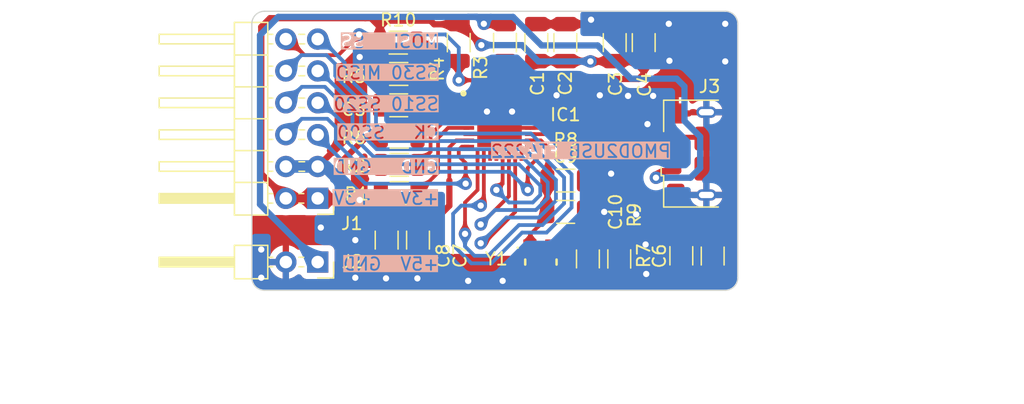
<source format=kicad_pcb>
(kicad_pcb (version 20240108) (generator "pcbnew") (generator_version "8.0")
  (layers (0 "F.Cu" signal) (31 "B.Cu" signal) (34 "B.Paste" user) (35 "F.Paste" user) (36 "B.SilkS" user "B.Silkscreen") (37 "F.SilkS" user "F.Silkscreen") (38 "B.Mask" user) (39 "F.Mask" user) (44 "Edge.Cuts" user))
  (net 0 "")
  (net 1 "+3.3V")
  (net 2 "GND")
  (net 3 "Net-(IC1-STEST_RSTN)")
  (net 4 "Net-(IC1-RREF)")
  (net 5 "Net-(IC1-XSCI)")
  (net 6 "Net-(Y1-CRYSTAL_2)")
  (net 7 "SS0O")
  (net 8 "Net-(IC1-RESETN)")
  (net 9 "SCK")
  (net 10 "GPIO2{slash}SS3O{slash}SUSP_OUT")
  (net 12 "Net-(IC1-VBUS_DET)")
  (net 13 "Net-(IC1-DCNF0)")
  (net 14 "SS")
  (net 16 "MISO")
  (net 18 "Net-(IC1-DCNF1)")
  (net 19 "GPIO0{slash}SS1O{slash}SCL")
  (net 20 "DN")
  (net 22 "Net-(IC1-XSCO)")
  (net 23 "Net-(IC1-DEBUGGER)")
  (net 24 "GPIO3{slash}WAKEUP{slash}INTR")
  (net 25 "DP")
  (net 26 "MOSI")
  (net 27 "GPIO1{slash}SS2O{slash}SDA")
  (net 28 "VBUS")
  (footprint "Resistor_SMD:R_1206_3216Metric" (layer "F.Cu") (at 166.9375 65 90)
    (property "Reference" "R3" (at -2 -1.9375 -90) (layer "F.SilkS"))
    (property "Value" "0")
    (pad "1" smd roundrect (at -1.4625 0 90) (size 1.125 1.75) (layers "F.Cu" "F.Paste" "F.Mask") (roundrect_rratio 0.222222) (net 12 "Net-(IC1-VBUS_DET)"))
    (pad "2" smd roundrect (at 1.4625 0 90) (size 1.125 1.75) (layers "F.Cu" "F.Paste" "F.Mask") (roundrect_rratio 0.222222) (net 28 "VBUS"))
  )
  (footprint "Connector_USB:USB_Micro-B_Amphenol_10118193-0001LF_Horizontal" (layer "F.Cu") (at 183 73.85 90)
    (property "Reference" "J3" (at 5.35 0.25 180) (layer "F.SilkS"))
    (property "Value" "USB_B_Micro")
    (pad "1" smd roundrect (at -1.3 -2.675 90) (size 0.4 1.35) (layers "F.Cu" "F.Paste" "F.Mask") (net 28 "VBUS"))
    (pad "2" smd roundrect (at -0.65 -2.675 90) (size 0.4 1.35) (layers "F.Cu" "F.Paste" "F.Mask") (net 20 "DN"))
    (pad "3" smd roundrect (at 0 -2.675 90) (size 0.4 1.35) (layers "F.Cu" "F.Paste" "F.Mask") (net 25 "DP"))
    (pad "4" smd roundrect (at 0.65 -2.675 90) (size 0.4 1.35) (layers "F.Cu" "F.Paste" "F.Mask") (net 2 "GND"))
    (pad "5" smd roundrect (at 1.3 -2.675 90) (size 0.4 1.35) (layers "F.Cu" "F.Paste" "F.Mask") (net 2 "GND"))
    (pad "6" thru_hole oval (at -3.3 0 180) (size 1.6 0.9) (drill oval 1.2 0.5) (layers "*.Cu" "*.Mask" "F.Paste") (net 2 "GND"))
    (pad "6" smd roundrect (at -3.2 -2.45 90) (size 1.6 1.4) (layers "F.Cu" "F.Paste" "F.Mask") (roundrect_rratio 0.1785714286) (net 2 "GND"))
    (pad "6" smd roundrect (at -1.2 0 90) (size 1.9 1.9) (layers "F.Cu" "F.Paste" "F.Mask") (roundrect_rratio 0.1315789474) (net 2 "GND"))
    (pad "6" smd roundrect (at 1.2 0 90) (size 1.9 1.9) (layers "F.Cu" "F.Paste" "F.Mask") (roundrect_rratio 0.1315789474) (net 2 "GND"))
    (pad "6" smd roundrect (at 3.2 -2.45 90) (size 1.6 1.4) (layers "F.Cu" "F.Paste" "F.Mask") (roundrect_rratio 0.1785714286) (net 2 "GND"))
    (pad "6" thru_hole oval (at 3.3 0 180) (size 1.6 0.9) (drill oval 1.2 0.5) (layers "*.Cu" "*.Mask" "F.Paste") (net 2 "GND"))
  )
  (footprint "Resistor_SMD:R_1206_3216Metric" (layer "F.Cu") (at 158.4625 67.5)
    (property "Reference" "R5" (at -3.5875 0.2 0) (layer "F.SilkS"))
    (property "Value" "47K")
    (pad "1" smd roundrect (at -1.4625 0) (size 1.125 1.75) (layers "F.Cu" "F.Paste" "F.Mask") (roundrect_rratio 0.222222) (net 1 "+3.3V"))
    (pad "2" smd roundrect (at 1.4625 0) (size 1.125 1.75) (layers "F.Cu" "F.Paste" "F.Mask") (roundrect_rratio 0.222222) (net 3 "Net-(IC1-STEST_RSTN)"))
  )
  (footprint "SamacSys_Parts:QFN50P500X500X90-33N" (layer "F.Cu") (at 166.5 71.55)
    (property "Reference" "IC1" (at 5.25 -0.8 0) (layer "F.SilkS"))
    (property "Value" "FT4222HQ-D-R" (hide yes))
    (pad "1" smd rect (at -2.45 -1.75 90) (size 0.3 0.85) (layers "F.Cu" "F.Paste" "F.Mask") (net 23 "Net-(IC1-DEBUGGER)"))
    (pad "2" smd rect (at -2.45 -1.25 90) (size 0.3 0.85) (layers "F.Cu" "F.Paste" "F.Mask") (net 3 "Net-(IC1-STEST_RSTN)"))
    (pad "3" smd rect (at -2.45 -0.75 90) (size 0.3 0.85) (layers "F.Cu" "F.Paste" "F.Mask") (net 8 "Net-(IC1-RESETN)"))
    (pad "4" smd rect (at -2.45 -0.25 90) (size 0.3 0.85) (layers "F.Cu" "F.Paste" "F.Mask") (net 13 "Net-(IC1-DCNF0)"))
    (pad "5" smd rect (at -2.45 0.25 90) (size 0.3 0.85) (layers "F.Cu" "F.Paste" "F.Mask") (net 18 "Net-(IC1-DCNF1)"))
    (pad "6" smd rect (at -2.45 0.75 90) (size 0.3 0.85) (layers "F.Cu" "F.Paste" "F.Mask") (net 2 "GND"))
    (pad "7" smd rect (at -2.45 1.25 90) (size 0.3 0.85) (layers "F.Cu" "F.Paste" "F.Mask") (net 1 "+3.3V"))
    (pad "8" smd rect (at -2.45 1.75 90) (size 0.3 0.85) (layers "F.Cu" "F.Paste" "F.Mask") (net 9 "SCK"))
    (pad "9" smd rect (at -1.75 2.45) (size 0.3 0.85) (layers "F.Cu" "F.Paste" "F.Mask") (net 16 "MISO"))
    (pad "10" smd rect (at -1.25 2.45) (size 0.3 0.85) (layers "F.Cu" "F.Paste" "F.Mask") (net 26 "MOSI"))
    (pad "11" smd rect (at -0.75 2.45) (size 0.3 0.85) (layers "F.Cu" "F.Paste" "F.Mask"))
    (pad "12" smd rect (at -0.25 2.45) (size 0.3 0.85) (layers "F.Cu" "F.Paste" "F.Mask"))
    (pad "13" smd rect (at 0.25 2.45) (size 0.3 0.85) (layers "F.Cu" "F.Paste" "F.Mask") (net 19 "GPIO0{slash}SS1O{slash}SCL"))
    (pad "14" smd rect (at 0.75 2.45) (size 0.3 0.85) (layers "F.Cu" "F.Paste" "F.Mask") (net 27 "GPIO1{slash}SS2O{slash}SDA"))
    (pad "15" smd rect (at 1.25 2.45) (size 0.3 0.85) (layers "F.Cu" "F.Paste" "F.Mask") (net 10 "GPIO2{slash}SS3O{slash}SUSP_OUT"))
    (pad "16" smd rect (at 1.75 2.45) (size 0.3 0.85) (layers "F.Cu" "F.Paste" "F.Mask") (net 24 "GPIO3{slash}WAKEUP{slash}INTR"))
    (pad "17" smd rect (at 2.45 1.75 90) (size 0.3 0.85) (layers "F.Cu" "F.Paste" "F.Mask") (net 7 "SS0O"))
    (pad "18" smd rect (at 2.45 1.25 90) (size 0.3 0.85) (layers "F.Cu" "F.Paste" "F.Mask") (net 5 "Net-(IC1-XSCI)"))
    (pad "19" smd rect (at 2.45 0.75 90) (size 0.3 0.85) (layers "F.Cu" "F.Paste" "F.Mask") (net 22 "Net-(IC1-XSCO)"))
    (pad "20" smd rect (at 2.45 0.25 90) (size 0.3 0.85) (layers "F.Cu" "F.Paste" "F.Mask") (net 2 "GND"))
    (pad "21" smd rect (at 2.45 -0.25 90) (size 0.3 0.85) (layers "F.Cu" "F.Paste" "F.Mask") (net 4 "Net-(IC1-RREF)"))
    (pad "22" smd rect (at 2.45 -0.75 90) (size 0.3 0.85) (layers "F.Cu" "F.Paste" "F.Mask") (net 20 "DN"))
    (pad "23" smd rect (at 2.45 -1.25 90) (size 0.3 0.85) (layers "F.Cu" "F.Paste" "F.Mask") (net 25 "DP"))
    (pad "24" smd rect (at 2.45 -1.75 90) (size 0.3 0.85) (layers "F.Cu" "F.Paste" "F.Mask") (net 2 "GND"))
    (pad "25" smd rect (at 1.75 -2.45) (size 0.3 0.85) (layers "F.Cu" "F.Paste" "F.Mask") (net 1 "+3.3V"))
    (pad "26" smd rect (at 1.25 -2.45) (size 0.3 0.85) (layers "F.Cu" "F.Paste" "F.Mask") (net 1 "+3.3V"))
    (pad "27" smd rect (at 0.75 -2.45) (size 0.3 0.85) (layers "F.Cu" "F.Paste" "F.Mask") (net 2 "GND"))
    (pad "28" smd rect (at 0.25 -2.45) (size 0.3 0.85) (layers "F.Cu" "F.Paste" "F.Mask") (net 2 "GND"))
    (pad "29" smd rect (at -0.25 -2.45) (size 0.3 0.85) (layers "F.Cu" "F.Paste" "F.Mask"))
    (pad "30" smd rect (at -0.75 -2.45) (size 0.3 0.85) (layers "F.Cu" "F.Paste" "F.Mask") (net 12 "Net-(IC1-VBUS_DET)"))
    (pad "31" smd rect (at -1.25 -2.45) (size 0.3 0.85) (layers "F.Cu" "F.Paste" "F.Mask"))
    (pad "32" smd rect (at -1.75 -2.45) (size 0.3 0.85) (layers "F.Cu" "F.Paste" "F.Mask") (net 14 "SS"))
    (pad "33" smd rect (at 0 0) (size 3.55 3.55) (layers "F.Cu" "F.Paste" "F.Mask") (net 2 "GND"))
  )
  (footprint "Capacitor_SMD:C_1206_3216Metric" (layer "F.Cu") (at 171.775 78.5)
    (property "Reference" "C9" (at 0 -4.43 0) (layer "F.SilkS"))
    (property "Value" "27pF")
    (pad "1" smd roundrect (at -1.475 0) (size 1.15 1.8) (layers "F.Cu" "F.Paste" "F.Mask") (roundrect_rratio 0.217391) (net 5 "Net-(IC1-XSCI)"))
    (pad "2" smd roundrect (at 1.475 0) (size 1.15 1.8) (layers "F.Cu" "F.Paste" "F.Mask") (roundrect_rratio 0.217391) (net 2 "GND"))
  )
  (footprint "Capacitor_SMD:C_1206_3216Metric" (layer "F.Cu") (at 160 80.75 -90)
    (property "Reference" "C7" (at 1.25 -3.35 90) (layer "F.SilkS"))
    (property "Value" "4.7uF")
    (pad "1" smd roundrect (at -1.475 0 270) (size 1.15 1.8) (layers "F.Cu" "F.Paste" "F.Mask") (roundrect_rratio 0.217391) (net 1 "+3.3V"))
    (pad "2" smd roundrect (at 1.475 0 270) (size 1.15 1.8) (layers "F.Cu" "F.Paste" "F.Mask") (roundrect_rratio 0.217391) (net 2 "GND"))
  )
  (footprint "Capacitor_SMD:C_1206_3216Metric" (layer "F.Cu") (at 169.4375 65 90)
    (property "Reference" "C1" (at -3.275 0.0875 -90) (layer "F.SilkS"))
    (property "Value" "100nF")
    (pad "1" smd roundrect (at -1.475 0 90) (size 1.15 1.8) (layers "F.Cu" "F.Paste" "F.Mask") (roundrect_rratio 0.217391) (net 1 "+3.3V"))
    (pad "2" smd roundrect (at 1.475 0 90) (size 1.15 1.8) (layers "F.Cu" "F.Paste" "F.Mask") (roundrect_rratio 0.217391) (net 2 "GND"))
  )
  (footprint "Capacitor_SMD:C_1206_3216Metric" (layer "F.Cu") (at 175.6875 65 90)
    (property "Reference" "C3" (at -3.3 0.0625 -90) (layer "F.SilkS"))
    (property "Value" "100nF")
    (pad "1" smd roundrect (at -1.475 0 90) (size 1.15 1.8) (layers "F.Cu" "F.Paste" "F.Mask") (roundrect_rratio 0.217391) (net 1 "+3.3V"))
    (pad "2" smd roundrect (at 1.475 0 90) (size 1.15 1.8) (layers "F.Cu" "F.Paste" "F.Mask") (roundrect_rratio 0.217391) (net 2 "GND"))
  )
  (footprint "Resistor_SMD:R_1206_3216Metric" (layer "F.Cu") (at 158.425 65 180)
    (property "Reference" "R10" (at 0 1.8 180) (layer "F.SilkS"))
    (property "Value" "10K")
    (pad "1" smd roundrect (at -1.4625 0 180) (size 1.125 1.75) (layers "F.Cu" "F.Paste" "F.Mask") (roundrect_rratio 0.222222) (net 23 "Net-(IC1-DEBUGGER)"))
    (pad "2" smd roundrect (at 1.4625 0 180) (size 1.125 1.75) (layers "F.Cu" "F.Paste" "F.Mask") (roundrect_rratio 0.222222) (net 1 "+3.3V"))
  )
  (footprint "Capacitor_SMD:C_1206_3216Metric" (layer "F.Cu") (at 157.5 80.75 -90)
    (property "Reference" "C8" (at 1.25 -4.5 90) (layer "F.SilkS"))
    (property "Value" "100nF")
    (pad "1" smd roundrect (at -1.475 0 270) (size 1.15 1.8) (layers "F.Cu" "F.Paste" "F.Mask") (roundrect_rratio 0.217391) (net 1 "+3.3V"))
    (pad "2" smd roundrect (at 1.475 0 270) (size 1.15 1.8) (layers "F.Cu" "F.Paste" "F.Mask") (roundrect_rratio 0.217391) (net 2 "GND"))
  )
  (footprint "SamacSys_Parts:ABM8272T3" (layer "F.Cu") (at 169.8 82.5 -90)
    (property "Reference" "Y1" (at -0.25 3.55 180) (layer "F.SilkS"))
    (property "Value" "12 Mhz" (hide yes))
    (pad "1" smd rect (at -1.15 0.875) (size 1.05 1.3) (layers "F.Cu" "F.Paste" "F.Mask") (net 5 "Net-(IC1-XSCI)"))
    (pad "2" smd rect (at 1.15 0.875) (size 1.05 1.3) (layers "F.Cu" "F.Paste" "F.Mask") (net 2 "GND"))
    (pad "3" smd rect (at 1.15 -0.875) (size 1.05 1.3) (layers "F.Cu" "F.Paste" "F.Mask") (net 6 "Net-(Y1-CRYSTAL_2)"))
    (pad "4" smd rect (at -1.15 -0.875) (size 1.05 1.3) (layers "F.Cu" "F.Paste" "F.Mask") (net 2 "GND"))
  )
  (footprint "Capacitor_SMD:C_1206_3216Metric" (layer "F.Cu") (at 173.55 82.25 90)
    (property "Reference" "C10" (at 3.75 2.2 -90) (layer "F.SilkS"))
    (property "Value" "27pF")
    (pad "1" smd roundrect (at -1.475 0 90) (size 1.15 1.8) (layers "F.Cu" "F.Paste" "F.Mask") (roundrect_rratio 0.217391) (net 6 "Net-(Y1-CRYSTAL_2)"))
    (pad "2" smd roundrect (at 1.475 0 90) (size 1.15 1.8) (layers "F.Cu" "F.Paste" "F.Mask") (roundrect_rratio 0.217391) (net 2 "GND"))
  )
  (footprint "Connector_PinHeader_2.54mm:PinHeader_2x06_P2.54mm_Horizontal" (layer "F.Cu") (at 152 77.42 180)
    (property "Reference" "J1" (at -2.725 -2.005 180) (layer "F.SilkS"))
    (property "Value" "Conn_02x06_Odd_Even")
    (pad "1" thru_hole rect (at 0 0 180) (size 1.7 1.7) (drill 1) (layers "*.Cu" "*.Mask") (net 1 "+3.3V"))
    (pad "2" thru_hole oval (at 2.54 0 180) (size 1.7 1.7) (drill 1) (layers "*.Cu" "*.Mask") (net 1 "+3.3V"))
    (pad "3" thru_hole oval (at 0 2.54 180) (size 1.7 1.7) (drill 1) (layers "*.Cu" "*.Mask") (net 2 "GND"))
    (pad "4" thru_hole oval (at 2.54 2.54 180) (size 1.7 1.7) (drill 1) (layers "*.Cu" "*.Mask") (net 2 "GND"))
    (pad "5" thru_hole oval (at 0 5.08 180) (size 1.7 1.7) (drill 1) (layers "*.Cu" "*.Mask") (net 9 "SCK"))
    (pad "6" thru_hole oval (at 2.54 5.08 180) (size 1.7 1.7) (drill 1) (layers "*.Cu" "*.Mask") (net 7 "SS0O"))
    (pad "7" thru_hole oval (at 0 7.62 180) (size 1.7 1.7) (drill 1) (layers "*.Cu" "*.Mask") (net 19 "GPIO0{slash}SS1O{slash}SCL"))
    (pad "8" thru_hole oval (at 2.54 7.62 180) (size 1.7 1.7) (drill 1) (layers "*.Cu" "*.Mask") (net 27 "GPIO1{slash}SS2O{slash}SDA"))
    (pad "9" thru_hole oval (at 0 10.16 180) (size 1.7 1.7) (drill 1) (layers "*.Cu" "*.Mask") (net 10 "GPIO2{slash}SS3O{slash}SUSP_OUT"))
    (pad "10" thru_hole oval (at 2.54 10.16 180) (size 1.7 1.7) (drill 1) (layers "*.Cu" "*.Mask") (net 16 "MISO"))
    (pad "11" thru_hole oval (at 0 12.7 180) (size 1.7 1.7) (drill 1) (layers "*.Cu" "*.Mask") (net 26 "MOSI"))
    (pad "12" thru_hole oval (at 2.54 12.7 180) (size 1.7 1.7) (drill 1) (layers "*.Cu" "*.Mask") (net 14 "SS"))
  )
  (footprint "Resistor_SMD:R_1206_3216Metric" (layer "F.Cu") (at 158.5 72.5)
    (property "Reference" "R6" (at -3.625 0.075 0) (layer "F.SilkS"))
    (property "Value" "10K")
    (pad "1" smd roundrect (at -1.4625 0) (size 1.125 1.75) (layers "F.Cu" "F.Paste" "F.Mask") (roundrect_rratio 0.222222) (net 1 "+3.3V"))
    (pad "2" smd roundrect (at 1.4625 0) (size 1.125 1.75) (layers "F.Cu" "F.Paste" "F.Mask") (roundrect_rratio 0.222222) (net 8 "Net-(IC1-RESETN)"))
  )
  (footprint "Resistor_SMD:R_1206_3216Metric" (layer "F.Cu") (at 158.5 74.75)
    (property "Reference" "R2" (at -3.625 0.075 0) (layer "F.SilkS"))
    (property "Value" "10K")
    (pad "1" smd roundrect (at -1.4625 0) (size 1.125 1.75) (layers "F.Cu" "F.Paste" "F.Mask") (roundrect_rratio 0.222222) (net 2 "GND"))
    (pad "2" smd roundrect (at 1.4625 0) (size 1.125 1.75) (layers "F.Cu" "F.Paste" "F.Mask") (roundrect_rratio 0.222222) (net 13 "Net-(IC1-DCNF0)"))
  )
  (footprint "Resistor_SMD:R_1206_3216Metric" (layer "F.Cu") (at 171.775 76)
    (property "Reference" "R8" (at 0 -3.25 0) (layer "F.SilkS"))
    (property "Value" "1M")
    (pad "1" smd roundrect (at -1.4625 0) (size 1.125 1.75) (layers "F.Cu" "F.Paste" "F.Mask") (roundrect_rratio 0.222222) (net 5 "Net-(IC1-XSCI)"))
    (pad "2" smd roundrect (at 1.4625 0) (size 1.125 1.75) (layers "F.Cu" "F.Paste" "F.Mask") (roundrect_rratio 0.222222) (net 22 "Net-(IC1-XSCO)"))
  )
  (footprint "Resistor_SMD:R_1206_3216Metric" (layer "F.Cu") (at 158.5 77)
    (property "Reference" "R1" (at -3.3875 0.075 0) (layer "F.SilkS"))
    (property "Value" "10K")
    (pad "1" smd roundrect (at -1.4625 0) (size 1.125 1.75) (layers "F.Cu" "F.Paste" "F.Mask") (roundrect_rratio 0.222222) (net 1 "+3.3V"))
    (pad "2" smd roundrect (at 1.4625 0) (size 1.125 1.75) (layers "F.Cu" "F.Paste" "F.Mask") (roundrect_rratio 0.222222) (net 18 "Net-(IC1-DCNF1)"))
  )
  (footprint "Resistor_SMD:R_1206_3216Metric" (layer "F.Cu") (at 181 82 -90)
    (property "Reference" "R7" (at 0 3 90) (layer "F.SilkS"))
    (property "Value" "12K")
    (pad "1" smd roundrect (at -1.4625 0 270) (size 1.125 1.75) (layers "F.Cu" "F.Paste" "F.Mask") (roundrect_rratio 0.222222) (net 4 "Net-(IC1-RREF)"))
    (pad "2" smd roundrect (at 1.4625 0 270) (size 1.125 1.75) (layers "F.Cu" "F.Paste" "F.Mask") (roundrect_rratio 0.222222) (net 2 "GND"))
  )
  (footprint "Connector_PinHeader_2.54mm:PinHeader_2x01_P2.54mm_Horizontal" (layer "F.Cu") (at 152 82.5 180)
    (property "Reference" "J2" (at -2.775 0.025 180) (layer "F.SilkS"))
    (property "Value" "Conn_01x02")
    (pad "1" thru_hole rect (at 0 0 180) (size 1.7 1.7) (drill 1) (layers "*.Cu" "*.Mask") (net 28 "VBUS"))
    (pad "2" thru_hole oval (at 2.54 0 180) (size 1.7 1.7) (drill 1) (layers "*.Cu" "*.Mask") (net 2 "GND"))
  )
  (footprint "Capacitor_SMD:C_1206_3216Metric" (layer "F.Cu") (at 178 65 90)
    (property "Reference" "C4" (at -3.35 0.0625 -90) (layer "F.SilkS"))
    (property "Value" "4.7uF")
    (pad "1" smd roundrect (at -1.475 0 90) (size 1.15 1.8) (layers "F.Cu" "F.Paste" "F.Mask") (roundrect_rratio 0.217391) (net 1 "+3.3V"))
    (pad "2" smd roundrect (at 1.475 0 90) (size 1.15 1.8) (layers "F.Cu" "F.Paste" "F.Mask") (roundrect_rratio 0.217391) (net 2 "GND"))
  )
  (footprint "Resistor_SMD:R_1206_3216Metric" (layer "F.Cu") (at 176.05 82.25 90)
    (property "Reference" "R9" (at 3.5 1.2 -90) (layer "F.SilkS"))
    (property "Value" "0")
    (pad "1" smd roundrect (at -1.4625 0 90) (size 1.125 1.75) (layers "F.Cu" "F.Paste" "F.Mask") (roundrect_rratio 0.222222) (net 6 "Net-(Y1-CRYSTAL_2)"))
    (pad "2" smd roundrect (at 1.4625 0 90) (size 1.125 1.75) (layers "F.Cu" "F.Paste" "F.Mask") (roundrect_rratio 0.222222) (net 22 "Net-(IC1-XSCO)"))
  )
  (footprint "Capacitor_SMD:C_1206_3216Metric" (layer "F.Cu") (at 171.75 65 90)
    (property "Reference" "C2" (at -3.25 0 -90) (layer "F.SilkS"))
    (property "Value" "4.7uF")
    (pad "1" smd roundrect (at -1.475 0 90) (size 1.15 1.8) (layers "F.Cu" "F.Paste" "F.Mask") (roundrect_rratio 0.217391) (net 1 "+3.3V"))
    (pad "2" smd roundrect (at 1.475 0 90) (size 1.15 1.8) (layers "F.Cu" "F.Paste" "F.Mask") (roundrect_rratio 0.217391) (net 2 "GND"))
  )
  (footprint "Capacitor_SMD:C_1206_3216Metric" (layer "F.Cu") (at 158.4625 70)
    (property "Reference" "C5" (at -3.5875 0.325 0) (layer "F.SilkS"))
    (property "Value" "0.47uF")
    (pad "1" smd roundrect (at -1.475 0) (size 1.15 1.8) (layers "F.Cu" "F.Paste" "F.Mask") (roundrect_rratio 0.217391) (net 2 "GND"))
    (pad "2" smd roundrect (at 1.475 0) (size 1.15 1.8) (layers "F.Cu" "F.Paste" "F.Mask") (roundrect_rratio 0.217391) (net 3 "Net-(IC1-STEST_RSTN)"))
  )
  (footprint "Capacitor_SMD:C_1206_3216Metric" (layer "F.Cu") (at 183.5 82.02 -90)
    (property "Reference" "C6" (at 0 4.25 90) (layer "F.SilkS"))
    (property "Value" "100nF")
    (pad "1" smd roundrect (at -1.475 0 270) (size 1.15 1.8) (layers "F.Cu" "F.Paste" "F.Mask") (roundrect_rratio 0.217391) (net 4 "Net-(IC1-RREF)"))
    (pad "2" smd roundrect (at 1.475 0 270) (size 1.15 1.8) (layers "F.Cu" "F.Paste" "F.Mask") (roundrect_rratio 0.217391) (net 2 "GND"))
  )
  (footprint "Resistor_SMD:R_1206_3216Metric" (layer "F.Cu") (at 163.25 65 -90)
    (property "Reference" "R4" (at 2.125 1.7 90) (layer "F.SilkS"))
    (property "Value" "10K")
    (pad "1" smd roundrect (at -1.4625 0 270) (size 1.125 1.75) (layers "F.Cu" "F.Paste" "F.Mask") (roundrect_rratio 0.222222) (net 1 "+3.3V"))
    (pad "2" smd roundrect (at 1.4625 0 270) (size 1.125 1.75) (layers "F.Cu" "F.Paste" "F.Mask") (roundrect_rratio 0.222222) (net 14 "SS"))
  )
  (gr_arc (start 146.75 63.5) (mid 147.042893 62.792893) (end 147.75 62.5) (stroke (width 0.1)) (layer "Edge.Cuts"))
  (gr_line (start 146.75 83.75) (end 146.75 63.5) (stroke (width 0.1)) (layer "Edge.Cuts"))
  (gr_line (start 147.75 62.5) (end 184.5 62.5) (stroke (width 0.1)) (layer "Edge.Cuts"))
  (gr_arc (start 147.75 84.75) (mid 147.042893 84.457107) (end 146.75 83.75) (stroke (width 0.1)) (layer "Edge.Cuts"))
  (gr_arc (start 185.5 83.75) (mid 185.207107 84.457107) (end 184.5 84.75) (stroke (width 0.1)) (layer "Edge.Cuts"))
  (gr_arc (start 184.5 62.5) (mid 185.207107 62.792893) (end 185.5 63.5) (stroke (width 0.1)) (layer "Edge.Cuts"))
  (gr_line (start 185.5 63.5) (end 185.5 83.75) (stroke (width 0.1)) (layer "Edge.Cuts"))
  (gr_line (start 184.5 84.75) (end 147.75 84.75) (stroke (width 0.1)) (layer "Edge.Cuts"))
  (gr_text "SS30 MISO" (at 161.75 68 0) (layer "B.SilkS" knockout) (effects (font (size 1 1)) (justify left bottom mirror)))
  (gr_text "MOSI   SS" (at 161.75 65.5 0) (layer "B.SilkS" knockout) (effects (font (size 1 1)) (justify left bottom mirror)))
  (gr_text "SS10 SS20" (at 161.75 70.5 0) (layer "B.SilkS" knockout) (effects (font (size 1 1)) (justify left bottom mirror)))
  (gr_text "GND   GND" (at 161.75 75.5 0) (layer "B.SilkS" knockout) (effects (font (size 1 1)) (justify left bottom mirror)))
  (gr_text "+5V  GND" (at 161.75 83.25 0) (layer "B.SilkS" knockout) (effects (font (size 1 1)) (justify left bottom mirror)))
  (gr_text "CK   SS00" (at 161.75 72.75 0) (layer "B.SilkS" knockout) (effects (font (size 1 1)) (justify left bottom mirror)))
  (gr_text "+3V   +3V" (at 161.75 78 0) (layer "B.SilkS" knockout) (effects (font (size 1 1)) (justify left bottom mirror)))
  (gr_text "PMOD2USB FT4222" (at 180.25 74.25 0) (layer "B.SilkS" knockout) (effects (font (size 1 1)) (justify left bottom mirror)))
  (segment (start 168.25 68.8) (end 168.25 69.1) (width 0.3) (layer "F.Cu") (net 1))
  (segment (start 156.3 63.05) (end 156.5 63.25) (width 0.5) (layer "F.Cu") (net 1))
  (segment (start 147.5 63.75) (end 147.5 75.46) (width 0.5) (layer "F.Cu") (net 1))
  (segment (start 169.4375 66.475) (end 171.75 66.475) (width 0.5) (layer "F.Cu") (net 1))
  (segment (start 157.75 79.025) (end 157.5 79.275) (width 0.3) (layer "F.Cu") (net 1))
  (segment (start 156.9625 63.75) (end 156.9625 63.25) (width 0.5) (layer "F.Cu") (net 1))
  (segment (start 153.9 74.5) (end 155.9 72.5) (width 0.5) (layer "F.Cu") (net 1))
  (segment (start 162.5 76) (end 162.5 78) (width 0.5) (layer "F.Cu") (net 1))
  (segment (start 170.35 67.9) (end 169.15 67.9) (width 0.3) (layer "F.Cu") (net 1))
  (segment (start 153.9 76.95) (end 153.9 77.9) (width 0.5) (layer "F.Cu") (net 1))
  (segment (start 175.6625 66.5) (end 175.6875 66.475) (width 0.5) (layer "F.Cu") (net 1))
  (segment (start 153.9 77.9) (end 153.9 78.65) (width 0.5) (layer "F.Cu") (net 1))
  (segment (start 161.225 79.275) (end 160 79.275) (width 0.5) (layer "F.Cu") (net 1))
  (segment (start 157.65 63.25) (end 161 63.25) (width 0.5) (layer "F.Cu") (net 1))
  (segment (start 159.75 79.025) (end 157.75 79.025) (width 0.5) (layer "F.Cu") (net 1))
  (segment (start 149.46 77.42) (end 152 77.42) (width 0.5) (layer "F.Cu") (net 1))
  (segment (start 157.05 78.825) (end 157.05 77.0125) (width 0.5) (layer "F.Cu") (net 1))
  (segment (start 157.05 77.0125) (end 157.0375 77) (width 0.3) (layer "F.Cu") (net 1))
  (segment (start 162.5 73.35) (end 163.05 72.8) (width 0.3) (layer "F.Cu") (net 1))
  (segment (start 153.43 77.43) (end 153.9 77.9) (width 0.5) (layer "F.Cu") (net 1))
  (segment (start 175.6875 66.475) (end 178 66.475) (width 0.5) (layer "F.Cu") (net 1))
  (segment (start 156.9625 65.2875) (end 156.9625 67.4625) (width 0.5) (layer "F.Cu") (net 1))
  (segment (start 163.25 63.5375) (end 163.3875 63.5375) (width 0.5) (layer "F.Cu") (net 1))
  (segment (start 157 67.5) (end 157 65.0375) (width 0.5) (layer "F.Cu") (net 1))
  (segment (start 168.45625 67.45625) (end 167.75 68.1625) (width 0.3) (layer "F.Cu") (net 1))
  (segment (start 148.2 63.05) (end 147.5 63.75) (width 0.5) (layer "F.Cu") (net 1))
  (segment (start 160.8 63.05) (end 161 63.25) (width 0.5) (layer "F.Cu") (net 1))
  (segment (start 173.725 66.475) (end 173.75 66.5) (width 0.5) (layer "F.Cu") (net 1))
  (segment (start 163.3875 63.5375) (end 165.05 65.2) (width 0.5) (layer "F.Cu") (net 1))
  (segment (start 153.43 77.42) (end 153.9 76.95) (width 0.5) (layer "F.Cu") (net 1))
  (segment (start 152 77.42) (end 153.43 77.42) (width 0.5) (layer "F.Cu") (net 1))
  (segment (start 156.9625 65) (end 156.9625 63.75) (width 0.5) (layer "F.Cu") (net 1))
  (segment (start 167.75 68.1625) (end 167.75 69.1) (width 0.3) (layer "F.Cu") (net 1))
  (segment (start 155.8 63.05) (end 160.8 63.05) (width 0.5) (layer "F.Cu") (net 1))
  (segment (start 157.65 63.25) (end 157.5 63.25) (width 0.5) (layer "F.Cu") (net 1))
  (segment (start 147.5 75.46) (end 149.46 77.42) (width 0.5) (layer "F.Cu") (net 1))
  (segment (start 177.6 67.9) (end 178 67.5) (width 0.5) (layer "F.Cu") (net 1))
  (segment (start 156.9625 63.75) (end 156.95 63.75) (width 0.5) (layer "F.Cu") (net 1))
  (segment (start 160 79.275) (end 159.75 79.025) (width 0.3) (layer "F.Cu") (net 1))
  (segment (start 153.9 78.65) (end 154.525 79.275) (width 0.5) (layer "F.Cu") (net 1))
  (segment (start 173.75 66.5) (end 175.6625 66.5) (width 0.5) (layer "F.Cu") (net 1))
  (segment (start 156.9625 67.4625) (end 157 67.5) (width 0.5) (layer "F.Cu") (net 1))
  (segment (start 162.5 78) (end 161.225 79.275) (width 0.5) (layer "F.Cu") (net 1))
  (segment (start 178 67.5) (end 178 66.475) (width 0.5) (layer "F.Cu") (net 1))
  (segment (start 162.5 76) (end 162.5 73.35) (width 0.3) (layer "F.Cu") (net 1))
  (segment (start 153.43 77.42) (end 153.43 77.43) (width 0.5) (layer "F.Cu") (net 1))
  (segment (start 157 65.0375) (end 156.9625 65) (width 0.5) (layer "F.Cu") (net 1))
  (segment (start 156.25 63.05) (end 156.3 63.05) (width 0.5) (layer "F.Cu") (net 1))
  (segment (start 157.5 79.275) (end 157.05 78.825) (width 0.3) (layer "F.Cu") (net 1))
  (segment (start 169.15 67.9) (end 168.25 68.8) (width 0.3) (layer "F.Cu") (net 1))
  (segment (start 155.8 63.05) (end 148.2 63.05) (width 0.5) (layer "F.Cu") (net 1))
  (segment (start 157 63.75) (end 157.5 63.25) (width 0.5) (layer "F.Cu") (net 1))
  (segment (start 170.35 67.9) (end 177.6 67.9) (width 0.5) (layer "F.Cu") (net 1))
  (segment (start 161 63.25) (end 161.2875 63.5375) (width 0.5) (layer "F.Cu") (net 1))
  (segment (start 156.9625 63.75) (end 157 63.75) (width 0.5) (layer "F.Cu") (net 1))
  (segment (start 171.75 66.475) (end 173.725 66.475) (width 0.5) (layer "F.Cu") (net 1))
  (segment (start 154.525 79.275) (end 157.5 79.275) (width 0.5) (layer "F.Cu") (net 1))
  (segment (start 155.9 72.5) (end 157.0375 72.5) (width 0.5) (layer "F.Cu") (net 1))
  (segment (start 161.2875 63.5375) (end 163.25 63.5375) (width 0.5) (layer "F.Cu") (net 1))
  (segment (start 156.9625 63.25) (end 157.65 63.25) (width 0.5) (layer "F.Cu") (net 1))
  (segment (start 168.45625 67.45625) (end 169.4375 66.475) (width 0.5) (layer "F.Cu") (net 1))
  (segment (start 156.95 63.75) (end 156.25 63.05) (width 0.5) (layer "F.Cu") (net 1))
  (segment (start 153.9 76.95) (end 153.9 74.5) (width 0.5) (layer "F.Cu") (net 1))
  (segment (start 163.05 72.8) (end 164.05 72.8) (width 0.3) (layer "F.Cu") (net 1))
  (via (at 173.75 66.5) (size 1) (drill 0.5) (layers "F.Cu" "B.Cu") (net 1))
  (via (at 165.05 65.2) (size 1) (drill 0.5) (layers "F.Cu" "B.Cu") (net 1))
  (segment (start 169.6 66.5) (end 168.3 65.2) (width 0.5) (layer "B.Cu") (net 1))
  (segment (start 173.75 66.5) (end 169.6 66.5) (width 0.5) (layer "B.Cu") (net 1))
  (segment (start 168.3 65.2) (end 165.05 65.2) (width 0.5) (layer "B.Cu") (net 1))
  (segment (start 175.6875 63.525) (end 178 63.525) (width 0.5) (layer "F.Cu") (net 2))
  (segment (start 160 83.75) (end 159.95 83.8) (width 0.5) (layer "F.Cu") (net 2))
  (segment (start 154.65 72.25) (end 152.02 74.88) (width 0.5) (layer "F.Cu") (net 2))
  (segment (start 168.65 83.65) (end 168.925 83.65) (width 0.5) (layer "F.Cu") (net 2))
  (segment (start 167.25 69.1) (end 167.25 70.25) (width 0.3) (layer "F.Cu") (net 2))
  (segment (start 172.975 81.35) (end 173.55 80.775) (width 1) (layer "F.Cu") (net 2))
  (segment (start 166.75 71.3) (end 166.5 71.55) (width 0.5) (layer "F.Cu") (net 2))
  (segment (start 179.975 63.525) (end 180 63.5) (width 0.5) (layer "F.Cu") (net 2))
  (segment (start 170.675 81.35) (end 172.975 81.35) (width 1) (layer "F.Cu") (net 2))
  (segment (start 164.05 72.3) (end 165.35 72.3) (width 0.3) (layer "F.Cu") (net 2))
  (segment (start 170.675 81.35) (end 170.675 81.575) (width 0.5) (layer "F.Cu") (net 2))
  (segment (start 168.95 71.8) (end 166.75 71.8) (width 0.3) (layer "F.Cu") (net 2))
  (segment (start 167.25 70.25) (end 167.5 70.5) (width 0.5) (layer "F.Cu") (net 2))
  (segment (start 168.95 69.8) (end 169.95 69.8) (width 0.3) (layer "F.Cu") (net 2))
  (segment (start 152.02 74.88) (end 152 74.88) (width 0.5) (layer "F.Cu") (net 2))
  (segment (start 173.45 63.525) (end 173.8 63.175) (width 0.5) (layer "F.Cu") (net 2))
  (segment (start 180.84 72.55) (end 180.84 73.2) (width 0.4) (layer "F.Cu") (net 2))
  (segment (start 180.84 72.55) (end 183.25 72.55) (width 0.4) (layer "F.Cu") (net 2))
  (segment (start 174.85 78.5) (end 173.25 78.5) (width 1) (layer "F.Cu") (net 2))
  (segment (start 174.15 63.525) (end 175.6875 63.525) (width 0.5) (layer "F.Cu") (net 2))
  (segment (start 166.75 71.8) (end 166.5 71.55) (width 0.3) (layer "F.Cu") (net 2))
  (segment (start 172.8 71.8) (end 174 73) (width 0.3) (layer "F.Cu") (net 2))
  (segment (start 183.5 83.495) (end 181.0325 83.495) (width 0.5) (layer "F.Cu") (net 2))
  (segment (start 173.25 80.475) (end 173.25 78.5) (width 1) (layer "F.Cu") (net 2))
  (segment (start 178.2125 83.4625) (end 178.2 83.45) (width 0.5) (layer "F.Cu") (net 2))
  (segment (start 169.4375 63.525) (end 171.75 63.525) (width 0.5) (layer "F.Cu") (net 2))
  (segment (start 179.65 72.55) (end 179.05 71.95) (width 0.5) (layer "F.Cu") (net 2))
  (segment (start 173.55 80.775) (end 173.25 80.475) (width 0.5) (layer "F.Cu") (net 2))
  (segment (start 165.35 72.3) (end 165.5 72.3) (width 0.5) (layer "F.Cu") (net 2))
  (segment (start 173.8 63.175) (end 174.15 63.525) (width 0.5) (layer "F.Cu") (net 2))
  (segment (start 168.95 71.8) (end 172.8 71.8) (width 0.3) (layer "F.Cu") (net 2))
  (segment (start 171.75 63.525) (end 173.45 63.525) (width 0.5) (layer "F.Cu") (net 2))
  (segment (start 169.95 69.8) (end 170.25 69.5) (width 0.3) (layer "F.Cu") (net 2))
  (segment (start 183.25 72.55) (end 183.5 72.3) (width 0.4) (layer "F.Cu") (net 2))
  (segment (start 178 63.525) (end 179.975 63.525) (width 0.5) (layer "F.Cu") (net 2))
  (segment (start 177.45 78.7) (end 177.4 78.7) (width 0.5) (layer "F.Cu") (net 2))
  (segment (start 166.75 69.1) (end 166.75 71.3) (width 0.3) (layer "F.Cu") (net 2))
  (segment (start 181 83.4625) (end 178.2125 83.4625) (width 0.5) (layer "F.Cu") (net 2))
  (segment (start 177.4 78.7) (end 177.4 78.65) (width 0.5) (layer "F.Cu") (net 2))
  (segment (start 180.84 72.55) (end 179.65 72.55) (width 0.5) (layer "F.Cu") (net 2))
  (segment (start 157.5 83.75) (end 157.45 83.8) (width 0.5) (layer "F.Cu") (net 2))
  (segment (start 181.0325 83.495) (end 181 83.4625) (width 0.5) (layer "F.Cu") (net 2))
  (segment (start 168.925 83.325) (end 168.925 83.65) (width 0.5) (layer "F.Cu") (net 2))
  (via (at 157.45 83.8) (size 1) (drill 0.5) (layers "F.Cu" "B.Cu") (net 2))
  (via (at 178.75 69.25) (size 1) (drill 0.5) (layers "F.Cu" "B.Cu") (net 2))
  (via (at 184.5 63.5) (size 1) (drill 0.5) (layers "F.Cu" "B.Cu") (net 2))
  (via (at 167.5 70.5) (size 1) (drill 0.5) (layers "F.Cu" "B.Cu") (net 2))
  (via (at 147.5 81.5) (size 1) (drill 0.5) (layers "F.Cu" "B.Cu") (net 2))
  (via (at 180.05 66.45) (size 1) (drill 0.5) (layers "F.Cu" "B.Cu") (net 2))
  (via (at 166.75 84) (size 1) (drill 0.5) (layers "F.Cu" "B.Cu") (net 2))
  (via (at 171.05 69.2) (size 1) (drill 0.5) (layers "F.Cu" "B.Cu") (net 2))
  (via (at 184.5 66.5) (size 1) (drill 0.5) (layers "F.Cu" "B.Cu") (net 2))
  (via (at 176.75 69.25) (size 1) (drill 0.5) (layers "F.Cu" "B.Cu") (net 2))
  (via (at 175.4 75.45) (size 1) (drill 0.5) (layers "F.Cu" "B.Cu") (net 2))
  (via (at 159.95 83.8) (size 1) (drill 0.5) (layers "F.Cu" "B.Cu") (net 2))
  (via (at 173.8 63.175) (size 1) (drill 0.5) (layers "F.Cu" "B.Cu") (net 2))
  (via (at 180 63.5) (size 1) (drill 0.5) (layers "F.Cu" "B.Cu") (net 2))
  (via (at 174.85 78.5) (size 1) (drill 0.5) (layers "F.Cu" "B.Cu") (net 2))
  (via (at 152.25 79.75) (size 1) (drill 0.5) (layers "F.Cu" "B.Cu") (net 2))
  (via (at 178.15 81.1) (size 1) (drill 0.5) (layers "F.Cu" "B.Cu") (net 2))
  (via (at 177.4 78.7) (size 1) (drill 0.5) (layers "F.Cu" "B.Cu") (net 2))
  (via (at 174.5 69.2) (size 1) (drill 0.5) (layers "F.Cu" "B.Cu") (net 2))
  (via (at 155.35 66.15) (size 1) (drill 0.5) (layers "F.Cu" "B.Cu") (net 2))
  (via (at 178.2 83.45) (size 1) (drill 0.5) (layers "F.Cu" "B.Cu") (net 2))
  (via (at 165.5 70.5) (size 1) (drill 0.5) (layers "F.Cu" "B.Cu") (net 2))
  (via (at 178.3 71.5) (size 1) (drill 0.5) (layers "F.Cu" "B.Cu") (net 2))
  (via (at 155 83.75) (size 1) (drill 0.5) (layers "F.Cu" "B.Cu") (net 2))
  (via (at 164 84) (size 1) (drill 0.5) (layers "F.Cu" "B.Cu") (net 2))
  (via (at 155 80.75) (size 1) (drill 0.5) (layers "F.Cu" "B.Cu") (net 2))
  (via (at 147.5 83.75) (size 1) (drill 0.5) (layers "F.Cu" "B.Cu") (net 2))
  (via (at 155.35 77.55) (size 1) (drill 0.5) (layers "F.Cu" "B.Cu") (net 2))
  (segment (start 152.63 74.88) (end 154 76.25) (width 1) (layer "B.Cu") (net 2))
  (segment (start 149.46 74.88) (end 152 74.88) (width 1) (layer "B.Cu") (net 2))
  (segment (start 160.2375 70.3) (end 159.9375 70) (width 0.3) (layer "F.Cu") (net 3))
  (segment (start 159.925 67.5) (end 159.925 69.9875) (width 0.3) (layer "F.Cu") (net 3))
  (segment (start 159.925 69.9875) (end 159.9375 70) (width 0.3) (layer "F.Cu") (net 3))
  (segment (start 164.05 70.3) (end 160.2375 70.3) (width 0.3) (layer "F.Cu") (net 3))
  (segment (start 177.7 75.55) (end 177.7 76.5) (width 0.3) (layer "F.Cu") (net 4))
  (segment (start 177.7 76.5) (end 181 79.8) (width 0.3) (layer "F.Cu") (net 4))
  (segment (start 181 80.5375) (end 183.4925 80.5375) (width 0.3) (layer "F.Cu") (net 4))
  (segment (start 173.45 71.3) (end 177.7 75.55) (width 0.3) (layer "F.Cu") (net 4))
  (segment (start 183.4925 80.5375) (end 183.5 80.545) (width 0.3) (layer "F.Cu") (net 4))
  (segment (start 181 79.8) (end 181 80.5375) (width 0.3) (layer "F.Cu") (net 4))
  (segment (start 168.95 71.3) (end 173.45 71.3) (width 0.3) (layer "F.Cu") (net 4))
  (segment (start 170.3125 76) (end 170.3125 78.4875) (width 0.3) (layer "F.Cu") (net 5))
  (segment (start 170.3 78.5) (end 170.3 78.95) (width 0.3) (layer "F.Cu") (net 5))
  (segment (start 170.3125 78.4875) (end 170.3 78.5) (width 0.3) (layer "F.Cu") (net 5))
  (segment (start 169.8 72.8) (end 170.3125 73.3125) (width 0.3) (layer "F.Cu") (net 5))
  (segment (start 170.3 78.95) (end 168.925 80.325) (width 0.3) (layer "F.Cu") (net 5))
  (segment (start 168.95 72.8) (end 169.8 72.8) (width 0.3) (layer "F.Cu") (net 5))
  (segment (start 170.3125 73.3125) (end 170.3125 76) (width 0.3) (layer "F.Cu") (net 5))
  (segment (start 168.925 80.325) (end 168.925 81.35) (width 0.3) (layer "F.Cu") (net 5))
  (segment (start 173.5625 83.7125) (end 173.55 83.725) (width 0.3) (layer "F.Cu") (net 6))
  (segment (start 170.675 83.65) (end 173.475 83.65) (width 0.3) (layer "F.Cu") (net 6))
  (segment (start 176.05 83.7125) (end 173.5625 83.7125) (width 0.3) (layer "F.Cu") (net 6))
  (segment (start 173.475 83.65) (end 173.55 83.725) (width 0.3) (layer "F.Cu") (net 6))
  (segment (start 169.75 74) (end 169.75 73.598528) (width 0.3) (layer "F.Cu") (net 7))
  (segment (start 168.75 76.75) (end 168.75 75) (width 0.3) (layer "F.Cu") (net 7))
  (segment (start 169.450736 73.299264) (end 168.950736 73.299264) (width 0.3) (layer "F.Cu") (net 7))
  (segment (start 169.75 73.598528) (end 169.450736 73.299264) (width 0.3) (layer "F.Cu") (net 7))
  (segment (start 168.75 75) (end 169.75 74) (width 0.3) (layer "F.Cu") (net 7))
  (segment (start 168.950736 73.299264) (end 168.95 73.3) (width 0.3) (layer "F.Cu") (net 7))
  (via (at 168.75 76.75) (size 1) (drill 0.5) (layers "F.Cu" "B.Cu") (net 7))
  (segment (start 168.75 76.75) (end 167.3 75.3) (width 0.3) (layer "B.Cu") (net 7))
  (segment (start 155.8 75.3) (end 153.45 72.95) (width 0.3) (layer "B.Cu") (net 7))
  (segment (start 153.45 72.95) (end 153.45 71.75) (width 0.3) (layer "B.Cu") (net 7))
  (segment (start 167.3 75.3) (end 155.8 75.3) (width 0.3) (layer "B.Cu") (net 7))
  (segment (start 152.775 71.075) (end 150.725 71.075) (width 0.3) (layer "B.Cu") (net 7))
  (segment (start 150.725 71.075) (end 149.46 72.34) (width 0.3) (layer "B.Cu") (net 7))
  (segment (start 153.45 71.75) (end 152.775 71.075) (width 0.3) (layer "B.Cu") (net 7))
  (segment (start 161.6 70.8) (end 159.9625 72.4375) (width 0.3) (layer "F.Cu") (net 8))
  (segment (start 159.9625 72.4375) (end 159.9625 72.5) (width 0.3) (layer "F.Cu") (net 8))
  (segment (start 164.05 70.8) (end 161.6 70.8) (width 0.3) (layer "F.Cu") (net 8))
  (segment (start 163.25 73.55) (end 163.5 73.3) (width 0.3) (layer "F.Cu") (net 9))
  (segment (start 163.5 73.3) (end 164.05 73.3) (width 0.3) (layer "F.Cu") (net 9))
  (segment (start 163.8 76.25) (end 163.8 74.6) (width 0.3) (layer "F.Cu") (net 9))
  (segment (start 163.25 74.05) (end 163.25 73.55) (width 0.3) (layer "F.Cu") (net 9))
  (segment (start 163.8 74.6) (end 163.25 74.05) (width 0.3) (layer "F.Cu") (net 9))
  (via (at 163.8 76.25) (size 1) (drill 0.5) (layers "F.Cu" "B.Cu") (net 9))
  (segment (start 155.8 76.25) (end 152 72.45) (width 0.3) (layer "B.Cu") (net 9))
  (segment (start 152 72.45) (end 152 72.34) (width 0.3) (layer "B.Cu") (net 9))
  (segment (start 163.8 76.25) (end 155.8 76.25) (width 0.3) (layer "B.Cu") (net 9))
  (segment (start 165.25 81) (end 167.75 78.5) (width 0.3) (layer "F.Cu") (net 10))
  (segment (start 167.75 78.5) (end 167.75 74) (width 0.3) (layer "F.Cu") (net 10))
  (segment (start 165 81) (end 165.25 81) (width 0.3) (layer "F.Cu") (net 10))
  (via (at 165 81) (size 1) (drill 0.5) (layers "F.Cu" "B.Cu") (net 10))
  (segment (start 169.65 78.95) (end 171 77.6) (width 0.3) (layer "B.Cu") (net 10))
  (segment (start 156.698528 73.5) (end 155.45 72.251472) (width 0.3) (layer "B.Cu") (net 10))
  (segment (start 165 81) (end 167.05 78.95) (width 0.3) (layer "B.Cu") (net 10))
  (segment (start 168.55 73.5) (end 156.698528 73.5) (width 0.3) (layer "B.Cu") (net 10))
  (segment (start 155.45 70.55) (end 152.16 67.26) (width 0.3) (layer "B.Cu") (net 10))
  (segment (start 171 77.6) (end 171 75.95) (width 0.3) (layer "B.Cu") (net 10))
  (segment (start 152.16 67.26) (end 152 67.26) (width 0.3) (layer "B.Cu") (net 10))
  (segment (start 167.05 78.95) (end 169.65 78.95) (width 0.3) (layer "B.Cu") (net 10))
  (segment (start 155.45 72.251472) (end 155.45 70.55) (width 0.3) (layer "B.Cu") (net 10))
  (segment (start 171 75.95) (end 168.55 73.5) (width 0.3) (layer "B.Cu") (net 10))
  (segment (start 165.75 69.1) (end 165.75 67.5) (width 0.3) (layer "F.Cu") (net 12))
  (segment (start 165.75 67.5) (end 166.7875 66.4625) (width 0.3) (layer "F.Cu") (net 12))
  (segment (start 166.7875 66.4625) (end 166.9375 66.4625) (width 0.3) (layer "F.Cu") (net 12))
  (segment (start 161 73.7125) (end 159.9625 74.75) (width 0.3) (layer "F.Cu") (net 13))
  (segment (start 161 72.35) (end 161 73.7125) (width 0.3) (layer "F.Cu") (net 13))
  (segment (start 164.05 71.3) (end 162.05 71.3) (width 0.3) (layer "F.Cu") (net 13))
  (segment (start 162.05 71.3) (end 161 72.35) (width 0.3) (layer "F.Cu") (net 13))
  (segment (start 155.3 64.35) (end 153.65 66) (width 0.3) (layer "F.Cu") (net 14))
  (segment (start 163.25 68) (end 163.25 66.4625) (width 0.3) (layer "F.Cu") (net 14))
  (segment (start 164.75 68.5) (end 164.75 69.1) (width 0.3) (layer "F.Cu") (net 14))
  (segment (start 164.25 68) (end 164.75 68.5) (width 0.3) (layer "F.Cu") (net 14))
  (segment (start 163.25 68) (end 164.25 68) (width 0.3) (layer "F.Cu") (net 14))
  (segment (start 150.95 66) (end 149.67 64.72) (width 0.3) (layer "F.Cu") (net 14))
  (segment (start 149.67 64.72) (end 149.46 64.72) (width 0.3) (layer "F.Cu") (net 14))
  (segment (start 153.65 66) (end 150.95 66) (width 0.3) (layer "F.Cu") (net 14))
  (via (at 163.25 68) (size 1) (drill 0.5) (layers "F.Cu" "B.Cu") (net 14))
  (via (at 155.3 64.35) (size 1) (drill 0.5) (layers "F.Cu" "B.Cu") (net 14))
  (segment (start 162.2 64.35) (end 163.25 65.4) (width 0.3) (layer "B.Cu") (net 14))
  (segment (start 155.3 64.35) (end 162.2 64.35) (width 0.3) (layer "B.Cu") (net 14))
  (segment (start 163.25 65.4) (end 163.25 68) (width 0.3) (layer "B.Cu") (net 14))
  (segment (start 163.75 77.75) (end 164.75 76.75) (width 0.3) (layer "F.Cu") (net 16))
  (segment (start 164.75 76.75) (end 164.75 74) (width 0.3) (layer "F.Cu") (net 16))
  (segment (start 163.75 80.25) (end 163.75 77.75) (width 0.3) (layer "F.Cu") (net 16))
  (via (at 163.75 80.25) (size 1) (drill 0.5) (layers "F.Cu" "B.Cu") (net 16))
  (segment (start 168.05 79.55) (end 169.925 79.55) (width 0.3) (layer "B.Cu") (net 16))
  (segment (start 152.7 66) (end 150.7 66) (width 0.3) (layer "B.Cu") (net 16))
  (segment (start 171.65 75.75) (end 168.75 72.85) (width 0.3) (layer "B.Cu") (net 16))
  (segment (start 156.05 71.9) (end 156.05 70.3) (width 0.3) (layer "B.Cu") (net 16))
  (segment (start 164.5 82) (end 165.6 82) (width 0.3) (layer "B.Cu") (net 16))
  (segment (start 165.6 82) (end 168.05 79.55) (width 0.3) (layer "B.Cu") (net 16))
  (segment (start 149.46 67.24) (end 149.46 67.26) (width 0.3) (layer "B.Cu") (net 16))
  (segment (start 156.05 70.3) (end 153.4 67.65) (width 0.3) (layer "B.Cu") (net 16))
  (segment (start 163.75 80.25) (end 163.75 81.25) (width 0.3) (layer "B.Cu") (net 16))
  (segment (start 157 72.85) (end 156.05 71.9) (width 0.3) (layer "B.Cu") (net 16))
  (segment (start 168.75 72.85) (end 157 72.85) (width 0.3) (layer "B.Cu") (net 16))
  (segment (start 150.7 66) (end 149.46 67.24) (width 0.3) (layer "B.Cu") (net 16))
  (segment (start 169.925 79.55) (end 171.65 77.825) (width 0.3) (layer "B.Cu") (net 16))
  (segment (start 163.75 81.25) (end 164.5 82) (width 0.3) (layer "B.Cu") (net 16))
  (segment (start 153.4 66.7) (end 152.7 66) (width 0.3) (layer "B.Cu") (net 16))
  (segment (start 153.4 67.65) (end 153.4 66.7) (width 0.3) (layer "B.Cu") (net 16))
  (segment (start 171.65 77.825) (end 171.65 75.75) (width 0.3) (layer "B.Cu") (net 16))
  (segment (start 161.6 75.3625) (end 159.9625 77) (width 0.3) (layer "F.Cu") (net 18))
  (segment (start 161.6 72.6) (end 161.6 75.3625) (width 0.3) (layer "F.Cu") (net 18))
  (segment (start 162.4 71.8) (end 161.6 72.6) (width 0.3) (layer "F.Cu") (net 18))
  (segment (start 164.05 71.8) (end 162.4 71.8) (width 0.3) (layer "F.Cu") (net 18))
  (segment (start 166.75 76.25) (end 166.75 74) (width 0.3) (layer "F.Cu") (net 19))
  (segment (start 166.25 76.75) (end 166.75 76.25) (width 0.3) (layer "F.Cu") (net 19))
  (via (at 166.25 76.75) (size 1) (drill 0.5) (layers "F.Cu" "B.Cu") (net 19))
  (segment (start 169.75 76.4) (end 168.05 74.7) (width 0.3) (layer "B.Cu") (net 19))
  (segment (start 156.15 74.7) (end 154.15 72.7) (width 0.3) (layer "B.Cu") (net 19))
  (segment (start 152.05 69.75) (end 152 69.8) (width 0.3) (layer "B.Cu") (net 19))
  (segment (start 168.05 74.7) (end 156.15 74.7) (width 0.3) (layer "B.Cu") (net 19))
  (segment (start 169.75 77.15) (end 169.75 76.4) (width 0.3) (layer "B.Cu") (net 19))
  (segment (start 166.25 76.75) (end 167.25 77.75) (width 0.3) (layer "B.Cu") (net 19))
  (segment (start 154.15 72.7) (end 154.15 71.55) (width 0.3) (layer "B.Cu") (net 19))
  (segment (start 169.15 77.75) (end 169.75 77.15) (width 0.3) (layer "B.Cu") (net 19))
  (segment (start 152.35 69.75) (end 152.05 69.75) (width 0.3) (layer "B.Cu") (net 19))
  (segment (start 154.15 71.55) (end 152.35 69.75) (width 0.3) (layer "B.Cu") (net 19))
  (segment (start 167.25 77.75) (end 169.15 77.75) (width 0.3) (layer "B.Cu") (net 19))
  (segment (start 178.6409 74.4) (end 175.0159 70.775) (width 0.2) (layer "F.Cu") (net 20))
  (segment (start 180.25 74.5) (end 179.804999 74.5) (width 0.2) (layer "F.Cu") (net 20))
  (segment (start 169.587501 70.8) (end 168.95 70.8) (width 0.2) (layer "F.Cu") (net 20))
  (segment (start 179.704999 74.4) (end 178.6409 74.4) (width 0.2) (layer "F.Cu") (net 20))
  (segment (start 179.804999 74.5) (end 179.704999 74.4) (width 0.2) (layer "F.Cu") (net 20))
  (segment (start 169.612501 70.775) (end 169.587501 70.8) (width 0.2) (layer "F.Cu") (net 20))
  (segment (start 175.0159 70.775) (end 169.612501 70.775) (width 0.2) (layer "F.Cu") (net 20))
  (segment (start 176.05 77.75) (end 174.3 76) (width 0.3) (layer "F.Cu") (net 22))
  (segment (start 173.2375 73.7375) (end 171.8 72.3) (width 0.3) (layer "F.Cu") (net 22))
  (segment (start 176.05 80.7875) (end 176.05 77.75) (width 0.3) (layer "F.Cu") (net 22))
  (segment (start 174.3 76) (end 173.2375 76) (width 0.3) (layer "F.Cu") (net 22))
  (segment (start 173.2375 76) (end 173.2375 73.7375) (width 0.3) (layer "F.Cu") (net 22))
  (segment (start 171.8 72.3) (end 168.95 72.3) (width 0.3) (layer "F.Cu") (net 22))
  (segment (start 160.75 65) (end 159.8875 65) (width 0.3) (layer "F.Cu") (net 23))
  (segment (start 161.5 65.75) (end 160.75 65) (width 0.3) (layer "F.Cu") (net 23))
  (segment (start 162.55 69.8) (end 161.5 68.75) (width 0.3) (layer "F.Cu") (net 23))
  (segment (start 161.5 68.75) (end 161.5 65.75) (width 0.3) (layer "F.Cu") (net 23))
  (segment (start 164.05 69.8) (end 162.55 69.8) (width 0.3) (layer "F.Cu") (net 23))
  (segment (start 175.25 70.325) (end 169.612501 70.325) (width 0.2) (layer "F.Cu") (net 25))
  (segment (start 169.612501 70.325) (end 169.587501 70.3) (width 0.2) (layer "F.Cu") (net 25))
  (segment (start 180.1 73.85) (end 180 73.95) (width 0.2) (layer "F.Cu") (net 25))
  (segment (start 178.875 73.95) (end 175.25 70.325) (width 0.2) (layer "F.Cu") (net 25))
  (segment (start 180.25 73.85) (end 180.1 73.85) (width 0.2) (layer "F.Cu") (net 25))
  (segment (start 180 73.95) (end 178.875 73.95) (width 0.2) (layer "F.Cu") (net 25))
  (segment (start 169.587501 70.3) (end 168.95 70.3) (width 0.2) (layer "F.Cu") (net 25))
  (segment (start 165.25 77.75) (end 165.25 74) (width 0.3) (layer "F.Cu") (net 26))
  (segment (start 165 78) (end 165.25 77.75) (width 0.3) (layer "F.Cu") (net 26))
  (via (at 165 78) (size 1) (drill 0.5) (layers "F.Cu" "B.Cu") (net 26))
  (segment (start 154.15 66.6) (end 152.27 64.72) (width 0.3) (layer "B.Cu") (net 26))
  (segment (start 156.65 70) (end 154.15 67.5) (width 0.3) (layer "B.Cu") (net 26))
  (segment (start 170.25 80.15) (end 172.25 78.15) (width 0.3) (layer "B.Cu") (net 26))
  (segment (start 163.45 78) (end 162.8 78.65) (width 0.3) (layer "B.Cu") (net 26))
  (segment (start 162.8 81.15) (end 164.25 82.6) (width 0.3) (layer "B.Cu") (net 26))
  (segment (start 169 72.25) (end 157.35 72.25) (width 0.3) (layer "B.Cu") (net 26))
  (segment (start 165 78) (end 163.45 78) (width 0.3) (layer "B.Cu") (net 26))
  (segment (start 172.25 75.5) (end 169 72.25) (width 0.3) (layer "B.Cu") (net 26))
  (segment (start 152.27 64.72) (end 152 64.72) (width 0.3) (layer "B.Cu") (net 26))
  (segment (start 165.85 82.6) (end 168.3 80.15) (width 0.3) (layer "B.Cu") (net 26))
  (segment (start 154.15 67.5) (end 154.15 66.6) (width 0.3) (layer "B.Cu") (net 26))
  (segment (start 156.65 71.55) (end 156.65 70) (width 0.3) (layer "B.Cu") (net 26))
  (segment (start 164.25 82.6) (end 165.85 82.6) (width 0.3) (layer "B.Cu") (net 26))
  (segment (start 162.8 78.65) (end 162.8 81.15) (width 0.3) (layer "B.Cu") (net 26))
  (segment (start 157.35 72.25) (end 156.65 71.55) (width 0.3) (layer "B.Cu") (net 26))
  (segment (start 168.3 80.15) (end 170.25 80.15) (width 0.3) (layer "B.Cu") (net 26))
  (segment (start 172.25 78.15) (end 172.25 75.5) (width 0.3) (layer "B.Cu") (net 26))
  (segment (start 167.25 77.25) (end 167.25 74) (width 0.3) (layer "F.Cu") (net 27))
  (segment (start 165 79.5) (end 167.25 77.25) (width 0.3) (layer "F.Cu") (net 27))
  (via (at 165 79.5) (size 1) (drill 0.5) (layers "F.Cu" "B.Cu") (net 27))
  (segment (start 156.45 74.1) (end 154.775 72.425) (width 0.3) (layer "B.Cu") (net 27))
  (segment (start 152.575 68.525) (end 150.735 68.525) (width 0.3) (layer "B.Cu") (net 27))
  (segment (start 170.35 76.15) (end 168.3 74.1) (width 0.3) (layer "B.Cu") (net 27))
  (segment (start 166.15 78.35) (end 169.4 78.35) (width 0.3) (layer "B.Cu") (net 27))
  (segment (start 165 79.5) (end 166.15 78.35) (width 0.3) (layer "B.Cu") (net 27))
  (segment (start 170.35 77.4) (end 170.35 76.15) (width 0.3) (layer "B.Cu") (net 27))
  (segment (start 154.775 70.725) (end 152.575 68.525) (width 0.3) (layer "B.Cu") (net 27))
  (segment (start 154.775 72.425) (end 154.775 70.725) (width 0.3) (layer "B.Cu") (net 27))
  (segment (start 168.3 74.1) (end 156.45 74.1) (width 0.3) (layer "B.Cu") (net 27))
  (segment (start 169.4 78.35) (end 170.35 77.4) (width 0.3) (layer "B.Cu") (net 27))
  (segment (start 150.735 68.525) (end 149.46 69.8) (width 0.3) (layer "B.Cu") (net 27))
  (segment (start 165.2875 63.5375) (end 165.25 63.5) (width 0.3) (layer "F.Cu") (net 28))
  (segment (start 180.75 75.25) (end 180.25 75.25) (width 0.4) (layer "F.Cu") (net 28))
  (segment (start 180.75 75.25) (end 179.5 75.25) (width 0.5) (layer "F.Cu") (net 28))
  (segment (start 179.5 75.25) (end 178.975 75.775) (width 0.5) (layer "F.Cu") (net 28))
  (segment (start 166.9375 63.5375) (end 165.2875 63.5375) (width 0.5) (layer "F.Cu") (net 28))
  (via (at 178.975 75.775) (size 1) (drill 0.5) (layers "F.Cu" "B.Cu") (net 28))
  (via (at 165.25 63.5) (size 1) (drill 0.5) (layers "F.Cu" "B.Cu") (net 28))
  (segment (start 164.7 62.95) (end 164 62.95) (width 0.5) (layer "B.Cu") (net 28))
  (segment (start 147.4 64.4) (end 147.4 77.9) (width 0.5) (layer "B.Cu") (net 28))
  (segment (start 167.575 62.95) (end 164 62.95) (width 0.5) (layer "B.Cu") (net 28))
  (segment (start 181.725 75.775) (end 182.5 75) (width 0.5) (layer "B.Cu") (net 28))
  (segment (start 148.85 62.95) (end 147.4 64.4) (width 0.5) (layer "B.Cu") (net 28))
  (segment (start 181.25 68.5) (end 180.625 67.875) (width 0.5) (layer "B.Cu") (net 28))
  (segment (start 178.975 75.775) (end 181.725 75.775) (width 0.5) (layer "B.Cu") (net 28))
  (segment (start 182.5 75) (end 182.5 72.5) (width 0.5) (layer "B.Cu") (net 28))
  (segment (start 182.5 72.5) (end 181.25 71.25) (width 0.5) (layer "B.Cu") (net 28))
  (segment (start 176.975 67.875) (end 174.325 65.225) (width 0.5) (layer "B.Cu") (net 28))
  (segment (start 164 62.95) (end 148.85 62.95) (width 0.5) (layer "B.Cu") (net 28))
  (segment (start 169.85 65.225) (end 167.575 62.95) (width 0.5) (layer "B.Cu") (net 28))
  (segment (start 180.625 67.875) (end 176.975 67.875) (width 0.5) (layer "B.Cu") (net 28))
  (segment (start 165.75 63) (end 165.25 63.5) (width 0.5) (layer "B.Cu") (net 28))
  (segment (start 174.325 65.225) (end 169.85 65.225) (width 0.5) (layer "B.Cu") (net 28))
  (segment (start 165.25 63.5) (end 164.7 62.95) (width 0.5) (layer "B.Cu") (net 28))
  (segment (start 147.4 77.9) (end 152 82.5) (width 0.5) (layer "B.Cu") (net 28))
  (segment (start 165.8 62.95) (end 165.75 63) (width 0.5) (layer "B.Cu") (net 28))
  (segment (start 181.25 71.25) (end 181.25 68.5) (width 0.5) (layer "B.Cu") (net 28))
  (zone (net 2) (net_name "GND") (layer "F.Cu") (connect_pads (clearance 0.5)) (min_thickness 0.5) (fill yes (thermal_gap 0.5) (thermal_bridge_width 0.5))
    (polygon (pts (xy 168.5 64.65) (xy 178.45 64.9) (xy 178.819556 64.253275) (xy 179.4 66.25) (xy 179.4 62.5) (xy 185.5 62.5) (xy 185.5 79.45) (xy 181.759259 79.45) (xy 179.6 78.9) (xy 179.6 84.75) (xy 177.25 84.75) (xy 177.25 81) (xy 176 83) (xy 176.65625 84.75) (xy 146.75 84.75) (xy 146.75 78.75) (xy 153.5 78.75) (xy 146.75 77.493841) (xy 146.75 62.5) (xy 167.951064 62.5)))
    (polygon (pts (xy 170.75 78.75) (xy 169.75 81.5) (xy 170.5 82.75) (xy 173 82.75) (xy 175.25 81.75) (xy 175.5 79.75) (xy 175.5 77.75) (xy 172.5 77)))
    (polygon (pts (xy 165 82) (xy 168 82) (xy 168 81.5)))
    (polygon (pts (xy 156.1 81.85) (xy 161.4 81.85) (xy 161.4 79.85) (xy 156.1 79.85)))
    (polygon (pts (xy 161.4 81.85) (xy 164.75 81.85) (xy 164.45 81.45)))
    (polygon (pts (xy 180.05 78.75) (xy 180.65 78.85) (xy 180.65 77.4)))
    (polygon (pts (xy 157 73.85) (xy 157.35 75.8) (xy 158.6 75.65) (xy 158.35 73.65)))
    (polygon (pts (xy 184.65 73.95) (xy 184.95 74.1) (xy 184.95 72.7)))
    (polygon (pts (xy 178.4 73) (xy 179.75 72.8) (xy 178.45 72.8)))
    (polygon (pts (xy 153.15 72.3) (xy 153.35 72.3) (xy 153.35 66.55)))
    (polygon (pts (xy 155.9 71.75) (xy 156.05 71.75) (xy 155.9 70.45)))
    (polygon (pts (xy 157.05 71.1) (xy 158.05 70.9) (xy 157.95 69.25) (xy 156.75 68.8)))
    (polygon (pts (xy 182.45 70.45) (xy 182.4 70.15) (xy 181.65 70.15)))
    (polygon (pts (xy 169.85 69.6) (xy 170.75 68.55) (xy 170.5 68.5)))
    (polygon (pts (xy 155.95 69.35) (xy 156.15 69.35) (xy 155.95 67.25)))
  )
  (zone (net 2) (net_name "GND") (layer "B.Cu") (connect_pads (clearance 0.5)) (min_thickness 0.5) (fill yes (thermal_gap 0.5) (thermal_bridge_width 0.5))
    (polygon (pts (xy 172.375 64.625) (xy 172.95 64.775) (xy 172.95 62.5) (xy 175.127358 62.5) (xy 176.75 62.5) (xy 185.5 62.5) (xy 185.5 84.75) (xy 146.75 84.75) (xy 146.75 80.25) (xy 148.25 80.25) (xy 148.25 82.25) (xy 150.25 80) (xy 149 80) (xy 149 79.75) (xy 146.75 80.014705) (xy 146.75 62.5) (xy 172.058114 62.5)))
    (polygon (pts (xy 151.25 81.35) (xy 151.75 81.45) (xy 151.75 78.55)))
    (polygon (pts (xy 162.15 78.8) (xy 162.4 78.8) (xy 162.15 76.7)))
    (polygon (pts (xy 164.05 67.7) (xy 164.25 67.9) (xy 164.25 66.2) (xy 165.1 66.2) (xy 163.75 65.9)))
    (polygon (pts (xy 173.8 67.5) (xy 177.75 67.5) (xy 175.4 67.25)))
    (polygon (pts (xy 154.5 66.9) (xy 154.8 67.3) (xy 154.8 65)))
  )
)
</source>
